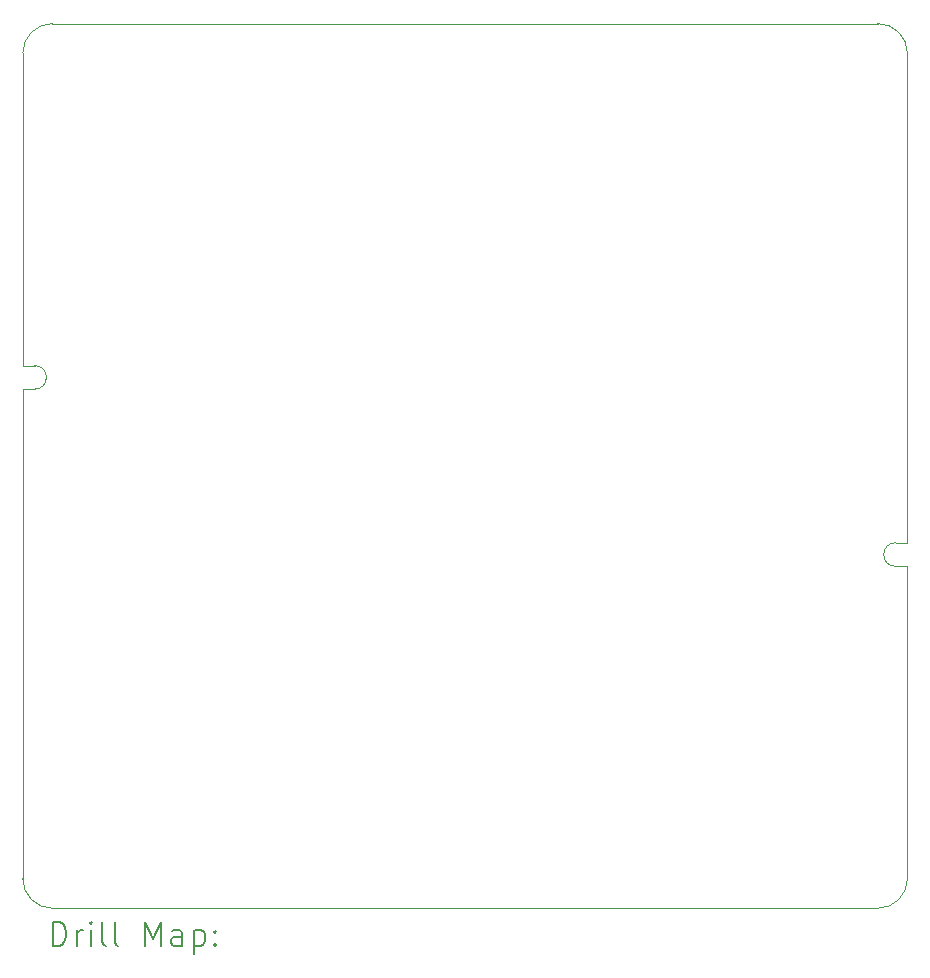
<source format=gbr>
%TF.GenerationSoftware,KiCad,Pcbnew,7.0.9*%
%TF.CreationDate,2024-01-01T14:08:33+01:00*%
%TF.ProjectId,LEDPcb,4c454450-6362-42e6-9b69-6361645f7063,rev?*%
%TF.SameCoordinates,Original*%
%TF.FileFunction,Drillmap*%
%TF.FilePolarity,Positive*%
%FSLAX45Y45*%
G04 Gerber Fmt 4.5, Leading zero omitted, Abs format (unit mm)*
G04 Created by KiCad (PCBNEW 7.0.9) date 2024-01-01 14:08:33*
%MOMM*%
%LPD*%
G01*
G04 APERTURE LIST*
%ADD10C,0.100000*%
%ADD11C,0.200000*%
G04 APERTURE END LIST*
D10*
X10250000Y-4510000D02*
G75*
G03*
X10000000Y-4760000I0J-250000D01*
G01*
X10000000Y-7405000D02*
X10000000Y-4760000D01*
X17490000Y-8905000D02*
X17490000Y-4760000D01*
X17240000Y-4510000D02*
X10250000Y-4510000D01*
X10000000Y-7405000D02*
X10100000Y-7405000D01*
X17490000Y-8905000D02*
X17390000Y-8905000D01*
X10000000Y-7605000D02*
X10100000Y-7605000D01*
X17490000Y-4760000D02*
G75*
G03*
X17240000Y-4510000I-250000J0D01*
G01*
X10250000Y-12000000D02*
X17240000Y-12000000D01*
X10100000Y-7605000D02*
G75*
G03*
X10100000Y-7405000I0J100000D01*
G01*
X10000000Y-11750000D02*
G75*
G03*
X10250000Y-12000000I250000J0D01*
G01*
X10000000Y-7605000D02*
X10000000Y-11750000D01*
X17490000Y-9105000D02*
X17490000Y-11750000D01*
X17490000Y-9105000D02*
X17390000Y-9105000D01*
X17390000Y-8905000D02*
G75*
G03*
X17390000Y-9105000I0J-100000D01*
G01*
X17240000Y-12000000D02*
G75*
G03*
X17490000Y-11750000I0J250000D01*
G01*
D11*
X10255777Y-12316484D02*
X10255777Y-12116484D01*
X10255777Y-12116484D02*
X10303396Y-12116484D01*
X10303396Y-12116484D02*
X10331967Y-12126008D01*
X10331967Y-12126008D02*
X10351015Y-12145055D01*
X10351015Y-12145055D02*
X10360539Y-12164103D01*
X10360539Y-12164103D02*
X10370063Y-12202198D01*
X10370063Y-12202198D02*
X10370063Y-12230769D01*
X10370063Y-12230769D02*
X10360539Y-12268865D01*
X10360539Y-12268865D02*
X10351015Y-12287912D01*
X10351015Y-12287912D02*
X10331967Y-12306960D01*
X10331967Y-12306960D02*
X10303396Y-12316484D01*
X10303396Y-12316484D02*
X10255777Y-12316484D01*
X10455777Y-12316484D02*
X10455777Y-12183150D01*
X10455777Y-12221246D02*
X10465301Y-12202198D01*
X10465301Y-12202198D02*
X10474824Y-12192674D01*
X10474824Y-12192674D02*
X10493872Y-12183150D01*
X10493872Y-12183150D02*
X10512920Y-12183150D01*
X10579586Y-12316484D02*
X10579586Y-12183150D01*
X10579586Y-12116484D02*
X10570063Y-12126008D01*
X10570063Y-12126008D02*
X10579586Y-12135531D01*
X10579586Y-12135531D02*
X10589110Y-12126008D01*
X10589110Y-12126008D02*
X10579586Y-12116484D01*
X10579586Y-12116484D02*
X10579586Y-12135531D01*
X10703396Y-12316484D02*
X10684348Y-12306960D01*
X10684348Y-12306960D02*
X10674824Y-12287912D01*
X10674824Y-12287912D02*
X10674824Y-12116484D01*
X10808158Y-12316484D02*
X10789110Y-12306960D01*
X10789110Y-12306960D02*
X10779586Y-12287912D01*
X10779586Y-12287912D02*
X10779586Y-12116484D01*
X11036729Y-12316484D02*
X11036729Y-12116484D01*
X11036729Y-12116484D02*
X11103396Y-12259341D01*
X11103396Y-12259341D02*
X11170063Y-12116484D01*
X11170063Y-12116484D02*
X11170063Y-12316484D01*
X11351015Y-12316484D02*
X11351015Y-12211722D01*
X11351015Y-12211722D02*
X11341491Y-12192674D01*
X11341491Y-12192674D02*
X11322443Y-12183150D01*
X11322443Y-12183150D02*
X11284348Y-12183150D01*
X11284348Y-12183150D02*
X11265301Y-12192674D01*
X11351015Y-12306960D02*
X11331967Y-12316484D01*
X11331967Y-12316484D02*
X11284348Y-12316484D01*
X11284348Y-12316484D02*
X11265301Y-12306960D01*
X11265301Y-12306960D02*
X11255777Y-12287912D01*
X11255777Y-12287912D02*
X11255777Y-12268865D01*
X11255777Y-12268865D02*
X11265301Y-12249817D01*
X11265301Y-12249817D02*
X11284348Y-12240293D01*
X11284348Y-12240293D02*
X11331967Y-12240293D01*
X11331967Y-12240293D02*
X11351015Y-12230769D01*
X11446253Y-12183150D02*
X11446253Y-12383150D01*
X11446253Y-12192674D02*
X11465301Y-12183150D01*
X11465301Y-12183150D02*
X11503396Y-12183150D01*
X11503396Y-12183150D02*
X11522443Y-12192674D01*
X11522443Y-12192674D02*
X11531967Y-12202198D01*
X11531967Y-12202198D02*
X11541491Y-12221246D01*
X11541491Y-12221246D02*
X11541491Y-12278388D01*
X11541491Y-12278388D02*
X11531967Y-12297436D01*
X11531967Y-12297436D02*
X11522443Y-12306960D01*
X11522443Y-12306960D02*
X11503396Y-12316484D01*
X11503396Y-12316484D02*
X11465301Y-12316484D01*
X11465301Y-12316484D02*
X11446253Y-12306960D01*
X11627205Y-12297436D02*
X11636729Y-12306960D01*
X11636729Y-12306960D02*
X11627205Y-12316484D01*
X11627205Y-12316484D02*
X11617682Y-12306960D01*
X11617682Y-12306960D02*
X11627205Y-12297436D01*
X11627205Y-12297436D02*
X11627205Y-12316484D01*
X11627205Y-12192674D02*
X11636729Y-12202198D01*
X11636729Y-12202198D02*
X11627205Y-12211722D01*
X11627205Y-12211722D02*
X11617682Y-12202198D01*
X11617682Y-12202198D02*
X11627205Y-12192674D01*
X11627205Y-12192674D02*
X11627205Y-12211722D01*
M02*

</source>
